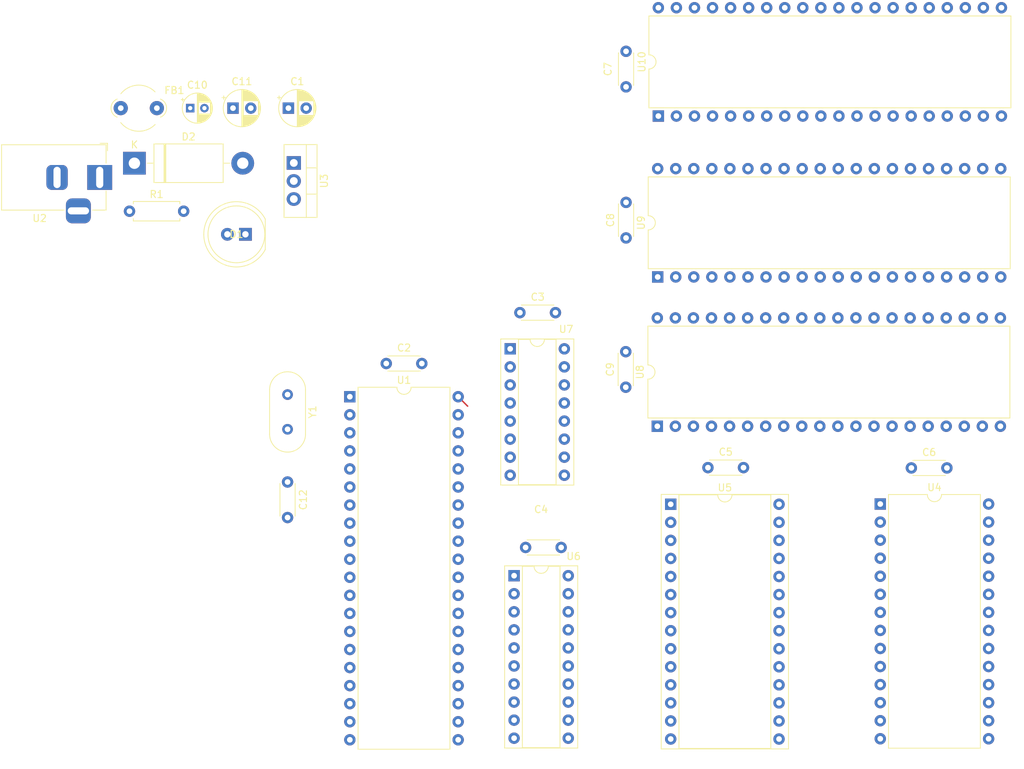
<source format=kicad_pcb>
(kicad_pcb (version 20240108) (generator "pcbnew") (generator_version "8.0")
  (layers (0 "F.Cu" signal) (31 "B.Cu" signal) (34 "B.Paste" user) (35 "F.Paste" user) (36 "B.SilkS" user "B.Silkscreen") (37 "F.SilkS" user "F.Silkscreen") (38 "B.Mask" user) (39 "F.Mask" user) (44 "Edge.Cuts" user))
  (net 0 "")
  (net 1 "Net-(U3-IN)")
  (net 2 "GND")
  (net 3 "+5V")
  (net 4 "Net-(C12-+)")
  (net 5 "Net-(D1-K)")
  (net 6 "Net-(D2-K)")
  (net 7 "/Memory and Peripheral Inteface/A8")
  (net 8 "/Memory and Peripheral Inteface/A11")
  (net 9 "/Memory and Peripheral Inteface/A5")
  (net 11 "/Memory and Peripheral Inteface/AD6")
  (net 12 "/Memory and Peripheral Inteface/AD2")
  (net 13 "/Memory and Peripheral Inteface/A1")
  (net 14 "/Memory and Peripheral Inteface/AD4")
  (net 15 "/Memory and Peripheral Inteface/A0")
  (net 16 "/Memory and Peripheral Inteface/~{Y0}")
  (net 17 "/Memory and Peripheral Inteface/A4")
  (net 19 "/Memory and Peripheral Inteface/A10")
  (net 20 "/Memory and Peripheral Inteface/AD7")
  (net 21 "/Memory and Peripheral Inteface/AD1")
  (net 22 "/Memory and Peripheral Inteface/~{RD}")
  (net 23 "/Memory and Peripheral Inteface/A2")
  (net 24 "/Memory and Peripheral Inteface/A9")
  (net 26 "/Memory and Peripheral Inteface/A7")
  (net 27 "/Memory and Peripheral Inteface/A3")
  (net 28 "/Memory and Peripheral Inteface/AD0")
  (net 29 "/Memory and Peripheral Inteface/AD5")
  (net 30 "/Memory and Peripheral Inteface/AD3")
  (net 31 "/Memory and Peripheral Inteface/A6")
  (net 32 "/Memory and Peripheral Inteface/A12")
  (net 34 "/Memory and Peripheral Inteface/~{Y2}")
  (net 46 "Net-(U1-X1)")
  (net 55 "/Memory and Peripheral Inteface/~{WR}")
  (net 80 "/Memory and Peripheral Inteface/~{Y3}")
  (net 92 "/Memory and Peripheral Inteface/~{Y4}")
  (net 112 "/Memory and Peripheral Inteface/A14")
  (net 116 "/Memory and Peripheral Inteface/A13")
  (net 117 "/Memory and Peripheral Inteface/A15")
  (net 124 "/Memory and Peripheral Inteface/ALE")
  (net 135 "/Memory and Peripheral Inteface/~{Y7}")
  (footprint "Capacitor_THT:C_Disc_D4.3mm_W1.9mm_P5.00mm" (layer "F.Cu") (at 82.81 83.425)
    (property "Reference" "C2" (at 2.5 -2.2 0) (layer "F.SilkS"))
    (property "Value" "100nF")
    (pad "1" thru_hole circle (at 0 0) (size 1.6 1.6) (drill 0.8) (layers "*.Cu" "*.Mask") (net 3 "+5V"))
    (pad "2" thru_hole circle (at 5 0) (size 1.6 1.6) (drill 0.8) (layers "*.Cu" "*.Mask") (net 2 "GND"))
  )
  (footprint "Package_TO_SOT_THT:TO-220-3_Vertical" (layer "F.Cu") (at 69.805 55.21 -90)
    (property "Reference" "U3" (at 2.54 -4.27 90) (layer "F.SilkS"))
    (property "Value" "L7805")
    (pad "1" thru_hole rect (at 0 0 270) (size 1.905 2) (drill 1.1) (layers "*.Cu" "*.Mask") (net 1 "Net-(U3-IN)"))
    (pad "2" thru_hole oval (at 2.54 0 270) (size 1.905 2) (drill 1.1) (layers "*.Cu" "*.Mask") (net 2 "GND"))
    (pad "3" thru_hole oval (at 5.08 0 270) (size 1.905 2) (drill 1.1) (layers "*.Cu" "*.Mask") (net 3 "+5V"))
  )
  (footprint "Crystal:Crystal_HC49-U_Vertical" (layer "F.Cu") (at 68.925 87.795 -90)
    (property "Reference" "Y1" (at 2.44 -3.525 90) (layer "F.SilkS"))
    (property "Value" "3MHz")
    (pad "1" thru_hole circle (at 0 0 270) (size 1.5 1.5) (drill 0.8) (layers "*.Cu" "*.Mask") (net 46 "Net-(U1-X1)"))
    (pad "2" thru_hole circle (at 4.88 0 270) (size 1.5 1.5) (drill 0.8) (layers "*.Cu" "*.Mask") (net 4 "Net-(C12-+)"))
  )
  (footprint "Package_DIP:DIP-16_W7.62mm_Socket" (layer "F.Cu") (at 100.24 81.36)
    (property "Reference" "U7" (at 7.87 -2.76 0) (layer "F.SilkS"))
    (property "Value" "74LS138")
    (pad "1" thru_hole rect (at 0 0) (size 1.6 1.6) (drill 0.8) (layers "*.Cu" "*.Mask") (net 116 "/Memory and Peripheral Inteface/A13"))
    (pad "2" thru_hole oval (at 0 2.54) (size 1.6 1.6) (drill 0.8) (layers "*.Cu" "*.Mask") (net 112 "/Memory and Peripheral Inteface/A14"))
    (pad "3" thru_hole oval (at 0 5.08) (size 1.6 1.6) (drill 0.8) (layers "*.Cu" "*.Mask") (net 117 "/Memory and Peripheral Inteface/A15"))
    (pad "4" thru_hole oval (at 0 7.62) (size 1.6 1.6) (drill 0.8) (layers "*.Cu" "*.Mask") (net 2 "GND"))
    (pad "5" thru_hole oval (at 0 10.16) (size 1.6 1.6) (drill 0.8) (layers "*.Cu" "*.Mask") (net 2 "GND"))
    (pad "6" thru_hole oval (at 0 12.7) (size 1.6 1.6) (drill 0.8) (layers "*.Cu" "*.Mask") (net 3 "+5V"))
    (pad "7" thru_hole oval (at 0 15.24) (size 1.6 1.6) (drill 0.8) (layers "*.Cu" "*.Mask") (net 135 "/Memory and Peripheral Inteface/~{Y7}"))
    (pad "8" thru_hole oval (at 0 17.78) (size 1.6 1.6) (drill 0.8) (layers "*.Cu" "*.Mask") (net 2 "GND"))
    (pad "9" thru_hole oval (at 7.62 17.78) (size 1.6 1.6) (drill 0.8) (layers "*.Cu" "*.Mask"))
    (pad "10" thru_hole oval (at 7.62 15.24) (size 1.6 1.6) (drill 0.8) (layers "*.Cu" "*.Mask"))
    (pad "11" thru_hole oval (at 7.62 12.7) (size 1.6 1.6) (drill 0.8) (layers "*.Cu" "*.Mask") (net 92 "/Memory and Peripheral Inteface/~{Y4}"))
    (pad "12" thru_hole oval (at 7.62 10.16) (size 1.6 1.6) (drill 0.8) (layers "*.Cu" "*.Mask") (net 80 "/Memory and Peripheral Inteface/~{Y3}"))
    (pad "13" thru_hole oval (at 7.62 7.62) (size 1.6 1.6) (drill 0.8) (layers "*.Cu" "*.Mask") (net 34 "/Memory and Peripheral Inteface/~{Y2}"))
    (pad "14" thru_hole oval (at 7.62 5.08) (size 1.6 1.6) (drill 0.8) (layers "*.Cu" "*.Mask"))
    (pad "15" thru_hole oval (at 7.62 2.54) (size 1.6 1.6) (drill 0.8) (layers "*.Cu" "*.Mask") (net 16 "/Memory and Peripheral Inteface/~{Y0}"))
    (pad "16" thru_hole oval (at 7.62 0) (size 1.6 1.6) (drill 0.8) (layers "*.Cu" "*.Mask") (net 3 "+5V"))
  )
  (footprint "Package_DIP:DIP-20_W7.62mm_Socket" (layer "F.Cu") (at 100.79 113.27)
    (property "Reference" "U6" (at 8.37 -2.72 360) (layer "F.SilkS"))
    (property "Value" "74LS373")
    (pad "1" thru_hole rect (at 0 0) (size 1.6 1.6) (drill 0.8) (layers "*.Cu" "*.Mask") (net 2 "GND"))
    (pad "2" thru_hole oval (at 0 2.54) (size 1.6 1.6) (drill 0.8) (layers "*.Cu" "*.Mask") (net 15 "/Memory and Peripheral Inteface/A0"))
    (pad "3" thru_hole oval (at 0 5.08) (size 1.6 1.6) (drill 0.8) (layers "*.Cu" "*.Mask") (net 28 "/Memory and Peripheral Inteface/AD0"))
    (pad "4" thru_hole oval (at 0 7.62) (size 1.6 1.6) (drill 0.8) (layers "*.Cu" "*.Mask") (net 21 "/Memory and Peripheral Inteface/AD1"))
    (pad "5" thru_hole oval (at 0 10.16) (size 1.6 1.6) (drill 0.8) (layers "*.Cu" "*.Mask") (net 13 "/Memory and Peripheral Inteface/A1"))
    (pad "6" thru_hole oval (at 0 12.7) (size 1.6 1.6) (drill 0.8) (layers "*.Cu" "*.Mask") (net 23 "/Memory and Peripheral Inteface/A2"))
    (pad "7" thru_hole oval (at 0 15.24) (size 1.6 1.6) (drill 0.8) (layers "*.Cu" "*.Mask") (net 12 "/Memory and Peripheral Inteface/AD2"))
    (pad "8" thru_hole oval (at 0 17.78) (size 1.6 1.6) (drill 0.8) (layers "*.Cu" "*.Mask") (net 30 "/Memory and Peripheral Inteface/AD3"))
    (pad "9" thru_hole oval (at 0 20.32) (size 1.6 1.6) (drill 0.8) (layers "*.Cu" "*.Mask") (net 27 "/Memory and Peripheral Inteface/A3"))
    (pad "10" thru_hole oval (at 0 22.86) (size 1.6 1.6) (drill 0.8) (layers "*.Cu" "*.Mask") (net 2 "GND"))
    (pad "11" thru_hole oval (at 7.62 22.86) (size 1.6 1.6) (drill 0.8) (layers "*.Cu" "*.Mask") (net 124 "/Memory and Peripheral Inteface/ALE"))
    (pad "12" thru_hole oval (at 7.62 20.32) (size 1.6 1.6) (drill 0.8) (layers "*.Cu" "*.Mask") (net 17 "/Memory and Peripheral Inteface/A4"))
    (pad "13" thru_hole oval (at 7.62 17.78) (size 1.6 1.6) (drill 0.8) (layers "*.Cu" "*.Mask") (net 14 "/Memory and Peripheral Inteface/AD4"))
    (pad "14" thru_hole oval (at 7.62 15.24) (size 1.6 1.6) (drill 0.8) (layers "*.Cu" "*.Mask") (net 29 "/Memory and Peripheral Inteface/AD5"))
    (pad "15" thru_hole oval (at 7.62 12.7) (size 1.6 1.6) (drill 0.8) (layers "*.Cu" "*.Mask") (net 9 "/Memory and Peripheral Inteface/A5"))
    (pad "16" thru_hole oval (at 7.62 10.16) (size 1.6 1.6) (drill 0.8) (layers "*.Cu" "*.Mask") (net 31 "/Memory and Peripheral Inteface/A6"))
    (pad "17" thru_hole oval (at 7.62 7.62) (size 1.6 1.6) (drill 0.8) (layers "*.Cu" "*.Mask") (net 11 "/Memory and Peripheral Inteface/AD6"))
    (pad "18" thru_hole oval (at 7.62 5.08) (size 1.6 1.6) (drill 0.8) (layers "*.Cu" "*.Mask") (net 20 "/Memory and Peripheral Inteface/AD7"))
    (pad "19" thru_hole oval (at 7.62 2.54) (size 1.6 1.6) (drill 0.8) (layers "*.Cu" "*.Mask") (net 26 "/Memory and Peripheral Inteface/A7"))
    (pad "20" thru_hole oval (at 7.62 0) (size 1.6 1.6) (drill 0.8) (layers "*.Cu" "*.Mask") (net 3 "+5V"))
  )
  (footprint "Ferrite_THT:LairdTech_28C0236-0JW-10" (layer "F.Cu") (at 50.54 47.5 180)
    (property "Reference" "FB1" (at -2.46 2.5 180) (layer "F.SilkS"))
    (property "Value" "100@100Mhz")
    (pad "1" thru_hole circle (at 0 0 180) (size 2 2) (drill 0.8) (layers "*.Cu" "*.Mask") (net 6 "Net-(D2-K)"))
    (pad "2" thru_hole circle (at 5.08 0 180) (size 2 2) (drill 0.8) (layers "*.Cu" "*.Mask") (net 1 "Net-(U3-IN)"))
  )
  (footprint "Capacitor_THT:C_Disc_D4.3mm_W1.9mm_P5.00mm" (layer "F.Cu") (at 116.5 86.76 90)
    (property "Reference" "C9" (at 2.5 -2.2 270) (layer "F.SilkS"))
    (property "Value" "100nF")
    (pad "1" thru_hole circle (at 0 0 90) (size 1.6 1.6) (drill 0.8) (layers "*.Cu" "*.Mask") (net 3 "+5V"))
    (pad "2" thru_hole circle (at 5 0 90) (size 1.6 1.6) (drill 0.8) (layers "*.Cu" "*.Mask") (net 2 "GND"))
  )
  (footprint "Package_DIP:DIP-40_W15.24mm" (layer "F.Cu") (at 121.085 48.615 90)
    (property "Reference" "U10" (at 7.62 -2.33 270) (layer "F.SilkS"))
    (property "Value" "8255")
    (pad "1" thru_hole rect (at 0 0 90) (size 1.6 1.6) (drill 0.8) (layers "*.Cu" "*.Mask"))
    (pad "2" thru_hole oval (at 0 2.54 90) (size 1.6 1.6) (drill 0.8) (layers "*.Cu" "*.Mask"))
    (pad "3" thru_hole oval (at 0 5.08 90) (size 1.6 1.6) (drill 0.8) (layers "*.Cu" "*.Mask"))
    (pad "4" thru_hole oval (at 0 7.62 90) (size 1.6 1.6) (drill 0.8) (layers "*.Cu" "*.Mask"))
    (pad "5" thru_hole oval (at 0 10.16 90) (size 1.6 1.6) (drill 0.8) (layers "*.Cu" "*.Mask") (net 22 "/Memory and Peripheral Inteface/~{RD}"))
    (pad "6" thru_hole oval (at 0 12.7 90) (size 1.6 1.6) (drill 0.8) (layers "*.Cu" "*.Mask") (net 92 "/Memory and Peripheral Inteface/~{Y4}"))
    (pad "7" thru_hole oval (at 0 15.24 90) (size 1.6 1.6) (drill 0.8) (layers "*.Cu" "*.Mask") (net 2 "GND"))
    (pad "8" thru_hole oval (at 0 17.78 90) (size 1.6 1.6) (drill 0.8) (layers "*.Cu" "*.Mask") (net 23 "/Memory and Peripheral Inteface/A2"))
    (pad "9" thru_hole oval (at 0 20.32 90) (size 1.6 1.6) (drill 0.8) (layers "*.Cu" "*.Mask") (net 13 "/Memory and Peripheral Inteface/A1"))
    (pad "10" thru_hole oval (at 0 22.86 90) (size 1.6 1.6) (drill 0.8) (layers "*.Cu" "*.Mask"))
    (pad "11" thru_hole oval (at 0 25.4 90) (size 1.6 1.6) (drill 0.8) (layers "*.Cu" "*.Mask"))
    (pad "12" thru_hole oval (at 0 27.94 90) (size 1.6 1.6) (drill 0.8) (layers "*.Cu" "*.Mask"))
    (pad "13" thru_hole oval (at 0 30.48 90) (size 1.6 1.6) (drill 0.8) (layers "*.Cu" "*.Mask"))
    (pad "14" thru_hole oval (at 0 33.02 90) (size 1.6 1.6) (drill 0.8) (layers "*.Cu" "*.Mask"))
    (pad "15" thru_hole oval (at 0 35.56 90) (size 1.6 1.6) (drill 0.8) (layers "*.Cu" "*.Mask"))
    (pad "16" thru_hole oval (at 0 38.1 90) (size 1.6 1.6) (drill 0.8) (layers "*.Cu" "*.Mask"))
    (pad "17" thru_hole oval (at 0 40.64 90) (size 1.6 1.6) (drill 0.8) (layers "*.Cu" "*.Mask"))
    (pad "18" thru_hole oval (at 0 43.18 90) (size 1.6 1.6) (drill 0.8) (layers "*.Cu" "*.Mask"))
    (pad "19" thru_hole oval (at 0 45.72 90) (size 1.6 1.6) (drill 0.8) (layers "*.Cu" "*.Mask"))
    (pad "20" thru_hole oval (at 0 48.26 90) (size 1.6 1.6) (drill 0.8) (layers "*.Cu" "*.Mask"))
    (pad "21" thru_hole oval (at 15.24 48.26 90) (size 1.6 1.6) (drill 0.8) (layers "*.Cu" "*.Mask"))
    (pad "22" thru_hole oval (at 15.24 45.72 90) (size 1.6 1.6) (drill 0.8) (layers "*.Cu" "*.Mask"))
    (pad "23" thru_hole oval (at 15.24 43.18 90) (size 1.6 1.6) (drill 0.8) (layers "*.Cu" "*.Mask"))
    (pad "24" thru_hole oval (at 15.24 40.64 90) (size 1.6 1.6) (drill 0.8) (layers "*.Cu" "*.Mask"))
    (pad "25" thru_hole oval (at 15.24 38.1 90) (size 1.6 1.6) (drill 0.8) (layers "*.Cu" "*.Mask"))
    (pad "26" thru_hole oval (at 15.24 35.56 90) (size 1.6 1.6) (drill 0.8) (layers "*.Cu" "*.Mask") (net 3 "+5V"))
    (pad "27" thru_hole oval (at 15.24 33.02 90) (size 1.6 1.6) (drill 0.8) (layers "*.Cu" "*.Mask") (net 20 "/Memory and Peripheral Inteface/AD7"))
    (pad "28" thru_hole oval (at 15.24 30.48 90) (size 1.6 1.6) (drill 0.8) (layers "*.Cu" "*.Mask") (net 11 "/Memory and Peripheral Inteface/AD6"))
    (pad "29" thru_hole oval (at 15.24 27.94 90) (size 1.6 1.6) (drill 0.8) (layers "*.Cu" "*.Mask") (net 29 "/Memory and Peripheral Inteface/AD5"))
    (pad "30" thru_hole oval (at 15.24 25.4 90) (size 1.6 1.6) (drill 0.8) (layers "*.Cu" "*.Mask") (net 14 "/Memory and Peripheral Inteface/AD4"))
    (pad "31" thru_hole oval (at 15.24 22.86 90) (size 1.6 1.6) (drill 0.8) (layers "*.Cu" "*.Mask") (net 30 "/Memory and Peripheral Inteface/AD3"))
    (pad "32" thru_hole oval (at 15.24 20.32 90) (size 1.6 1.6) (drill 0.8) (layers "*.Cu" "*.Mask") (net 12 "/Memory and Peripheral Inteface/AD2"))
    (pad "33" thru_hole oval (at 15.24 17.78 90) (size 1.6 1.6) (drill 0.8) (layers "*.Cu" "*.Mask") (net 21 "/Memory and Peripheral Inteface/AD1"))
    (pad "34" thru_hole oval (at 15.24 15.24 90) (size 1.6 1.6) (drill 0.8) (layers "*.Cu" "*.Mask") (net 28 "/Memory and Peripheral Inteface/AD0"))
    (pad "35" thru_hole oval (at 15.24 12.7 90) (size 1.6 1.6) (drill 0.8) (layers "*.Cu" "*.Mask"))
    (pad "36" thru_hole oval (at 15.24 10.16 90) (size 1.6 1.6) (drill 0.8) (layers "*.Cu" "*.Mask") (net 55 "/Memory and Peripheral Inteface/~{WR}"))
    (pad "37" thru_hole oval (at 15.24 7.62 90) (size 1.6 1.6) (drill 0.8) (layers "*.Cu" "*.Mask"))
    (pad "38" thru_hole oval (at 15.24 5.08 90) (size 1.6 1.6) (drill 0.8) (layers "*.Cu" "*.Mask"))
    (pad "39" thru_hole oval (at 15.24 2.54 90) (size 1.6 1.6) (drill 0.8) (layers "*.Cu" "*.Mask"))
    (pad "40" thru_hole oval (at 15.24 0 90) (size 1.6 1.6) (drill 0.8) (layers "*.Cu" "*.Mask"))
  )
  (footprint "Capacitor_THT:C_Disc_D4.3mm_W1.9mm_P5.00mm" (layer "F.Cu") (at 101.61 76.27)
    (property "Reference" "C3" (at 2.5 -2.2 0) (layer "F.SilkS"))
    (property "Value" "100nF")
    (pad "1" thru_hole circle (at 0 0) (size 1.6 1.6) (drill 0.8) (layers "*.Cu" "*.Mask") (net 3 "+5V"))
    (pad "2" thru_hole circle (at 5 0) (size 1.6 1.6) (drill 0.8) (layers "*.Cu" "*.Mask") (net 2 "GND"))
  )
  (footprint "Package_DIP:DIP-28_W15.24mm_Socket" (layer "F.Cu") (at 122.82 103.225)
    (property "Reference" "U5" (at 7.62 -2.33 0) (layer "F.SilkS"))
    (property "Value" "CY6264")
    (pad "1" thru_hole rect (at 0 0) (size 1.6 1.6) (drill 0.8) (layers "*.Cu" "*.Mask"))
    (pad "2" thru_hole oval (at 0 2.54) (size 1.6 1.6) (drill 0.8) (layers "*.Cu" "*.Mask") (net 32 "/Memory and Peripheral Inteface/A12"))
    (pad "3" thru_hole oval (at 0 5.08) (size 1.6 1.6) (drill 0.8) (layers "*.Cu" "*.Mask") (net 26 "/Memory and Peripheral Inteface/A7"))
    (pad "4" thru_hole oval (at 0 7.62) (size 1.6 1.6) (drill 0.8) (layers "*.Cu" "*.Mask") (net 31 "/Memory and Peripheral Inteface/A6"))
    (pad "5" thru_hole oval (at 0 10.16) (size 1.6 1.6) (drill 0.8) (layers "*.Cu" "*.Mask") (net 9 "/Memory and Peripheral Inteface/A5"))
    (pad "6" thru_hole oval (at 0 12.7) (size 1.6 1.6) (drill 0.8) (layers "*.Cu" "*.Mask") (net 17 "/Memory and Peripheral Inteface/A4"))
    (pad "7" thru_hole oval (at 0 15.24) (size 1.6 1.6) (drill 0.8) (layers "*.Cu" "*.Mask") (net 27 "/Memory and Peripheral Inteface/A3"))
    (pad "8" thru_hole oval (at 0 17.78) (size 1.6 1.6) (drill 0.8) (layers "*.Cu" "*.Mask") (net 23 "/Memory and Peripheral Inteface/A2"))
    (pad "9" thru_hole oval (at 0 20.32) (size 1.6 1.6) (drill 0.8) (layers "*.Cu" "*.Mask") (net 13 "/Memory and Peripheral Inteface/A1"))
    (pad "10" thru_hole oval (at 0 22.86) (size 1.6 1.6) (drill 0.8) (layers "*.Cu" "*.Mask") (net 15 "/Memory and Peripheral Inteface/A0"))
    (pad "11" thru_hole oval (at 0 25.4) (size 1.6 1.6) (drill 0.8) (layers "*.Cu" "*.Mask") (net 28 "/Memory and Peripheral Inteface/AD0"))
    (pad "12" thru_hole oval (at 0 27.94) (size 1.6 1.6) (drill 0.8) (layers "*.Cu" "*.Mask") (net 21 "/Memory and Peripheral Inteface/AD1"))
    (pad "13" thru_hole oval (at 0 30.48) (size 1.6 1.6) (drill 0.8) (layers "*.Cu" "*.Mask") (net 12 "/Memory and Peripheral Inteface/AD2"))
    (pad "14" thru_hole oval (at 0 33.02) (size 1.6 1.6) (drill 0.8) (layers "*.Cu" "*.Mask") (net 2 "GND"))
    (pad "15" thru_hole oval (at 15.24 33.02) (size 1.6 1.6) (drill 0.8) (layers "*.Cu" "*.Mask") (net 30 "/Memory and Peripheral Inteface/AD3"))
    (pad "16" thru_hole oval (at 15.24 30.48) (size 1.6 1.6) (drill 0.8) (layers "*.Cu" "*.Mask") (net 14 "/Memory and Peripheral Inteface/AD4"))
    (pad "17" thru_hole oval (at 15.24 27.94) (size 1.6 1.6) (drill 0.8) (layers "*.Cu" "*.Mask") (net 29 "/Memory and Peripheral Inteface/AD5"))
    (pad "18" thru_hole oval (at 15.24 25.4) (size 1.6 1.6) (drill 0.8) (layers "*.Cu" "*.Mask") (net 11 "/Memory and Peripheral Inteface/AD6"))
    (pad "19" thru_hole oval (at 15.24 22.86) (size 1.6 1.6) (drill 0.8) (layers "*.Cu" "*.Mask") (net 20 "/Memory and Peripheral Inteface/AD7"))
    (pad "20" thru_hole oval (at 15.24 20.32) (size 1.6 1.6) (drill 0.8) (layers "*.Cu" "*.Mask") (net 135 "/Memory and Peripheral Inteface/~{Y7}"))
    (pad "21" thru_hole oval (at 15.24 17.78) (size 1.6 1.6) (drill 0.8) (layers "*.Cu" "*.Mask") (net 19 "/Memory and Peripheral Inteface/A10"))
    (pad "22" thru_hole oval (at 15.24 15.24) (size 1.6 1.6) (drill 0.8) (layers "*.Cu" "*.Mask") (net 22 "/Memory and Peripheral Inteface/~{RD}"))
    (pad "23" thru_hole oval (at 15.24 12.7) (size 1.6 1.6) (drill 0.8) (layers "*.Cu" "*.Mask") (net 8 "/Memory and Peripheral Inteface/A11"))
    (pad "24" thru_hole oval (at 15.24 10.16) (size 1.6 1.6) (drill 0.8) (layers "*.Cu" "*.Mask") (net 24 "/Memory and Peripheral Inteface/A9"))
    (pad "25" thru_hole oval (at 15.24 7.62) (size 1.6 1.6) (drill 0.8) (layers "*.Cu" "*.Mask") (net 7 "/Memory and Peripheral Inteface/A8"))
    (pad "26" thru_hole oval (at 15.24 5.08) (size 1.6 1.6) (drill 0.8) (layers "*.Cu" "*.Mask") (net 3 "+5V"))
    (pad "27" thru_hole oval (at 15.24 2.54) (size 1.6 1.6) (drill 0.8) (layers "*.Cu" "*.Mask") (net 55 "/Memory and Peripheral Inteface/~{WR}"))
    (pad "28" thru_hole oval (at 15.24 0) (size 1.6 1.6) (drill 0.8) (layers "*.Cu" "*.Mask") (net 3 "+5V"))
  )
  (footprint "Capacitor_THT:CP_Radial_D5.0mm_P2.50mm" (layer "F.Cu") (at 61.25 47.5)
    (property "Reference" "C11" (at 1.25 -3.75 0) (layer "F.SilkS"))
    (property "Value" "0.1uf")
    (pad "1" thru_hole rect (at 0 0) (size 1.6 1.6) (drill 0.8) (layers "*.Cu" "*.Mask") (net 3 "+5V"))
    (pad "2" thru_hole circle (at 2.5 0) (size 1.6 1.6) (drill 0.8) (layers "*.Cu" "*.Mask") (net 2 "GND"))
  )
  (footprint "Package_DIP:DIP-28_W15.24mm" (layer "F.Cu") (at 152.3 103.19)
    (property "Reference" "U4" (at 7.62 -2.33 0) (layer "F.SilkS"))
    (property "Value" "2764")
    (pad "1" thru_hole rect (at 0 0) (size 1.6 1.6) (drill 0.8) (layers "*.Cu" "*.Mask"))
    (pad "2" thru_hole oval (at 0 2.54) (size 1.6 1.6) (drill 0.8) (layers "*.Cu" "*.Mask") (net 32 "/Memory and Peripheral Inteface/A12"))
    (pad "3" thru_hole oval (at 0 5.08) (size 1.6 1.6) (drill 0.8) (layers "*.Cu" "*.Mask") (net 26 "/Memory and Peripheral Inteface/A7"))
    (pad "4" thru_hole oval (at 0 7.62) (size 1.6 1.6) (drill 0.8) (layers "*.Cu" "*.Mask") (net 31 "/Memory and Peripheral Inteface/A6"))
    (pad "5" thru_hole oval (at 0 10.16) (size 1.6 1.6) (drill 0.8) (layers "*.Cu" "*.Mask") (net 9 "/Memory and Peripheral Inteface/A5"))
    (pad "6" thru_hole oval (at 0 12.7) (size 1.6 1.6) (drill 0.8) (layers "*.Cu" "*.Mask") (net 17 "/Memory and Peripheral Inteface/A4"))
    (pad "7" thru_hole oval (at 0 15.24) (size 1.6 1.6) (drill 0.8) (layers "*.Cu" "*.Mask") (net 27 "/Memory and Peripheral Inteface/A3"))
    (pad "8" thru_hole oval (at 0 17.78) (size 1.6 1.6) (drill 0.8) (layers "*.Cu" "*.Mask") (net 23 "/Memory and Peripheral Inteface/A2"))
    (pad "9" thru_hole oval (at 0 20.32) (size 1.6 1.6) (drill 0.8) (layers "*.Cu" "*.Mask") (net 13 "/Memory and Peripheral Inteface/A1"))
    (pad "10" thru_hole oval (at 0 22.86) (size 1.6 1.6) (drill 0.8) (layers "*.Cu" "*.Mask") (net 15 "/Memory and Peripheral Inteface/A0"))
    (pad "11" thru_hole oval (at 0 25.4) (size 1.6 1.6) (drill 0.8) (layers "*.Cu" "*.Mask") (net 28 "/Memory and Peripheral Inteface/AD0"))
    (pad "12" thru_hole oval (at 0 27.94) (size 1.6 1.6) (drill 0.8) (layers "*.Cu" "*.Mask") (net 21 "/Memory and Peripheral Inteface/AD1"))
    (pad "13" thru_hole oval (at 0 30.48) (size 1.6 1.6) (drill 0.8) (layers "*.Cu" "*.Mask") (net 12 "/Memory and Peripheral Inteface/AD2"))
    (pad "14" thru_hole oval (at 0 33.02) (size 1.6 1.6) (drill 0.8) (layers "*.Cu" "*.Mask") (net 2 "GND"))
    (pad "15" thru_hole oval (at 15.24 33.02) (size 1.6 1.6) (drill 0.8) (layers "*.Cu" "*.Mask") (net 30 "/Memory and Peripheral Inteface/AD3"))
    (pad "16" thru_hole oval (at 15.24 30.48) (size 1.6 1.6) (drill 0.8) (layers "*.Cu" "*.Mask") (net 14 "/Memory and Peripheral Inteface/AD4"))
    (pad "17" thru_hole oval (at 15.24 27.94) (size 1.6 1.6) (drill 0.8) (layers "*.Cu" "*.Mask") (net 29 "/Memory and Peripheral Inteface/AD5"))
    (pad "18" thru_hole oval (at 15.24 25.4) (size 1.6 1.6) (drill 0.8) (layers "*.Cu" "*.Mask") (net 11 "/Memory and Peripheral Inteface/AD6"))
    (pad "19" thru_hole oval (at 15.24 22.86) (size 1.6 1.6) (drill 0.8) (layers "*.Cu" "*.Mask") (net 20 "/Memory and Peripheral Inteface/AD7"))
    (pad "20" thru_hole oval (at 15.24 20.32) (size 1.6 1.6) (drill 0.8) (layers "*.Cu" "*.Mask") (net 16 "/Memory and Peripheral Inteface/~{Y0}"))
    (pad "21" thru_hole oval (at 15.24 17.78) (size 1.6 1.6) (drill 0.8) (layers "*.Cu" "*.Mask") (net 19 "/Memory and Peripheral Inteface/A10"))
    (pad "22" thru_hole oval (at 15.24 15.24) (size 1.6 1.6) (drill 0.8) (layers "*.Cu" "*.Mask") (net 22 "/Memory and Peripheral Inteface/~{RD}"))
    (pad "23" thru_hole oval (at 15.24 12.7) (size 1.6 1.6) (drill 0.8) (layers "*.Cu" "*.Mask") (net 8 "/Memory and Peripheral Inteface/A11"))
    (pad "24" thru_hole oval (at 15.24 10.16) (size 1.6 1.6) (drill 0.8) (layers "*.Cu" "*.Mask") (net 24 "/Memory and Peripheral Inteface/A9"))
    (pad "25" thru_hole oval (at 15.24 7.62) (size 1.6 1.6) (drill 0.8) (layers "*.Cu" "*.Mask") (net 7 "/Memory and Peripheral Inteface/A8"))
    (pad "26" thru_hole oval (at 15.24 5.08) (size 1.6 1.6) (drill 0.8) (layers "*.Cu" "*.Mask"))
    (pad "27" thru_hole oval (at 15.24 2.54) (size 1.6 1.6) (drill 0.8) (layers "*.Cu" "*.Mask"))
    (pad "28" thru_hole oval (at 15.24 0) (size 1.6 1.6) (drill 0.8) (layers "*.Cu" "*.Mask") (net 3 "+5V"))
  )
  (footprint "Capacitor_THT:C_Disc_D4.3mm_W1.9mm_P5.00mm" (layer "F.Cu") (at 116.54 65.76 90)
    (property "Reference" "C8" (at 2.5 -2.2 270) (layer "F.SilkS"))
    (property "Value" "100nF")
    (pad "1" thru_hole circle (at 0 0 90) (size 1.6 1.6) (drill 0.8) (layers "*.Cu" "*.Mask") (net 3 "+5V"))
    (pad "2" thru_hole circle (at 5 0 90) (size 1.6 1.6) (drill 0.8) (layers "*.Cu" "*.Mask") (net 2 "GND"))
  )
  (footprint "Capacitor_THT:C_Disc_D4.3mm_W1.9mm_P5.00mm" (layer "F.Cu") (at 128.06 98.07)
    (property "Reference" "C5" (at 2.5 -2.2 0) (layer "F.SilkS"))
    (property "Value" "100nF")
    (pad "1" thru_hole circle (at 0 0) (size 1.6 1.6) (drill 0.8) (layers "*.Cu" "*.Mask") (net 3 "+5V"))
    (pad "2" thru_hole circle (at 5 0) (size 1.6 1.6) (drill 0.8) (layers "*.Cu" "*.Mask") (net 2 "GND"))
  )
  (footprint "Package_DIP:DIP-40_W15.24mm" (layer "F.Cu") (at 77.685 88.095)
    (property "Reference" "U1" (at 7.62 -2.33 0) (layer "F.SilkS"))
    (property "Value" "8085A")
    (pad "1" thru_hole rect (at 0 0) (size 1.6 1.6) (drill 0.8) (layers "*.Cu" "*.Mask") (net 46 "Net-(U1-X1)"))
    (pad "2" thru_hole oval (at 0 2.54) (size 1.6 1.6) (drill 0.8) (layers "*.Cu" "*.Mask") (net 4 "Net-(C12-+)"))
    (pad "3" thru_hole oval (at 0 5.08) (size 1.6 1.6) (drill 0.8) (layers "*.Cu" "*.Mask"))
    (pad "4" thru_hole oval (at 0 7.62) (size 1.6 1.6) (drill 0.8) (layers "*.Cu" "*.Mask"))
    (pad "5" thru_hole oval (at 0 10.16) (size 1.6 1.6) (drill 0.8) (layers "*.Cu" "*.Mask"))
    (pad "6" thru_hole oval (at 0 12.7) (size 1.6 1.6) (drill 0.8) (layers "*.Cu" "*.Mask"))
    (pad "7" thru_hole oval (at 0 15.24) (size 1.6 1.6) (drill 0.8) (layers "*.Cu" "*.Mask"))
    (pad "8" thru_hole oval (at 0 17.78) (size 1.6 1.6) (drill 0.8) (layers "*.Cu" "*.Mask"))
    (pad "9" thru_hole oval (at 0 20.32) (size 1.6 1.6) (drill 0.8) (layers "*.Cu" "*.Mask"))
    (pad "10" thru_hole oval (at 0 22.86) (size 1.6 1.6) (drill 0.8) (layers "*.Cu" "*.Mask"))
    (pad "11" thru_hole oval (at 0 25.4) (size 1.6 1.6) (drill 0.8) (layers "*.Cu" "*.Mask"))
    (pad "12" thru_hole oval (at 0 27.94) (size 1.6 1.6) (drill 0.8) (layers "*.Cu" "*.Mask") (net 28 "/Memory and Peripheral Inteface/AD0"))
    (pad "13" thru_hole oval (at 0 30.48) (size 1.6 1.6) (drill 0.8) (layers "*.Cu" "*.Mask") (net 21 "/Memory and Peripheral Inteface/AD1"))
    (pad "14" thru_hole oval (at 0 33.02) (size 1.6 1.6) (drill 0.8) (layers "*.Cu" "*.Mask") (net 12 "/Memory and Peripheral Inteface/AD2"))
    (pad "15" thru_hole oval (at 0 35.56) (size 1.6 1.6) (drill 0.8) (layers "*.Cu" "*.Mask") (net 30 "/Memory and Peripheral Inteface/AD3"))
    (pad "16" thru_hole oval (at 0 38.1) (size 1.6 1.6) (drill 0.8) (layers "*.Cu" "*.Mask") (net 14 "/Memory and Peripheral Inteface/AD4"))
    (pad "17" thru_hole oval (at 0 40.64) (size 1.6 1.6) (drill 0.8) (layers "*.Cu" "*.Mask") (net 29 "/Memory and Peripheral Inteface/AD5"))
    (pad "18" thru_hole oval (at 0 43.18) (size 1.6 1.6) (drill 0.8) (layers "*.Cu" "*.Mask") (net 11 "/Memory and Peripheral Inteface/AD6"))
    (pad "19" thru_hole oval (at 0 45.72) (size 1.6 1.6) (drill 0.8) (layers "*.Cu" "*.Mask") (net 20 "/Memory and Peripheral Inteface/AD7"))
    (pad "20" thru_hole oval (at 0 48.26) (size 1.6 1.6) (drill 0.8) (layers "*.Cu" "*.Mask") (net 2 "GND"))
    (pad "21" thru_hole oval (at 15.24 48.26) (size 1.6 1.6) (drill 0.8) (layers "*.Cu" "*.Mask") (net 7 "/Memory and Peripheral Inteface/A8"))
    (pad "22" thru_hole oval (at 15.24 45.72) (size 1.6 1.6) (drill 0.8) (layers "*.Cu" "*.Mask") (net 24 "/Memory and Peripheral Inteface/A9"))
    (pad "23" thru_hole oval (at 15.24 43.18) (size 1.6 1.6) (drill 0.8) (layers "*.Cu" "*.Mask") (net 19 "/Memory and Peripheral Inteface/A10"))
    (pad "24" thru_hole oval (at 15.24 40.64) (size 1.6 1.6) (drill 0.8) (layers "*.Cu" "*.Mask") (net 8 "/Memory and Peripheral Inteface/A11"))
    (pad "25" thru_hole oval (at 15.24 38.1) (size 1.6 1.6) (drill 0.8) (layers "*.Cu" "*.Mask") (net 32 "/Memory and Peripheral Inteface/A12"))
    (pad "26" thru_hole oval (at 15.24 35.56) (size 1.6 1.6) (drill 0.8) (layers "*.Cu" "*.Mask") (net 116 "/Memory and Peripheral Inteface/A13"))
    (pad "27" thru_hole oval (at 15.24 33.02) (size 1.6 1.6) (drill 0.8) (layers "*.Cu" "*.Mask") (net 112 "/Memory and Peripheral Inteface/A14"))
    (pad "28" thru_hole oval (at 15.24 30.48) (size 1.6 1.6) (drill 0.8) (layers "*.Cu" "*.Mask") (net 117 "/Memory and Peripheral Inteface/A15"))
    (pad "29" thru_hole oval (at 15.24 27.94) (size 1.6 1.6) (drill 0.8) (layers "*.Cu" "*.Mask"))
    (pad "30" thru_hole oval (at 15.24 25.4) (size 1.6 1.6) (drill 0.8) (layers "*.Cu" "*.Mask") (net 124 "/Memory and Peripheral Inteface/ALE"))
    (pad "31" thru_hole oval (at 15.24 22.86) (size 1.6 1.6) (drill 0.8) (layers "*.Cu" "*.Mask") (net 55 "/Memory and Peripheral Inteface/~{WR}"))
    (pad "32" thru_hole oval (at 15.24 20.32) (size 1.6 1.6) (drill 0.8) (layers "*.Cu" "*.Mask") (net 22 "/Memory and Peripheral Inteface/~{RD}"))
    (pad "33" thru_hole oval (at 15.24 17.78) (size 1.6 1.6) (drill 0.8) (layers "*.Cu" "*.Mask"))
    (pad "34" thru_hole oval (at 15.24 15.24) (size 1.6 1.6) (drill 0.8) (layers "*.Cu" "*.Mask"))
    (pad "35" thru_hole oval (at 15.24 12.7) (size 1.6 1.6) (drill 0.8) (layers "*.Cu" "*.Mask"))
    (pad "36" thru_hole oval (at 15.24 10.16) (size 1.6 1.6) (drill 0.8) (layers "*.Cu" "*.Mask"))
    (pad "37" thru_hole oval (at 15.24 7.62) (size 1.6 1.6) (drill 0.8) (layers "*.Cu" "*.Mask"))
    (pad "38" thru_hole oval (at 15.24 5.08) (size 1.6 1.6) (drill 0.8) (layers "*.Cu" "*.Mask"))
    (pad "39" thru_hole oval (at 15.24 2.54) (size 1.6 1.6) (drill 0.8) (layers "*.Cu" "*.Mask"))
    (pad "40" thru_hole oval (at 15.24 0) (size 1.6 1.6) (drill 0.8) (layers "*.Cu" "*.Mask") (net 3 "+5V"))
  )
  (footprint "Package_DIP:DIP-40_W15.24mm" (layer "F.Cu") (at 120.94 92.25 90)
    (property "Reference" "U8" (at 7.62 -2.44 270) (layer "F.SilkS"))
    (property "Value" "8255")
    (pad "1" thru_hole rect (at 0 0 90) (size 1.6 1.6) (drill 0.8) (layers "*.Cu" "*.Mask"))
    (pad "2" thru_hole oval (at 0 2.54 90) (size 1.6 1.6) (drill 0.8) (layers "*.Cu" "*.Mask"))
    (pad "3" thru_hole oval (at 0 5.08 90) (size 1.6 1.6) (drill 0.8) (layers "*.Cu" "*.Mask"))
    (pad "4" thru_hole oval (at 0 7.62 90) (size 1.6 1.6) (drill 0.8) (layers "*.Cu" "*.Mask"))
    (pad "5" thru_hole oval (at 0 10.16 90) (size 1.6 1.6) (drill 0.8) (layers "*.Cu" "*.Mask") (net 22 "/Memory and Peripheral Inteface/~{RD}"))
    (pad "6" thru_hole oval (at 0 12.7 90) (size 1.6 1.6) (drill 0.8) (layers "*.Cu" "*.Mask") (net 34 "/Memory and Peripheral Inteface/~{Y2}"))
    (pad "7" thru_hole oval (at 0 15.24 90) (size 1.6 1.6) (drill 0.8) (layers "*.Cu" "*.Mask") (net 2 "GND"))
    (pad "8" thru_hole oval (at 0 17.78 90) (size 1.6 1.6) (drill 0.8) (layers "*.Cu" "*.Mask") (net 23 "/Memory and Peripheral Inteface/A2"))
    (pad "9" thru_hole oval (at 0 20.32 90) (size 1.6 1.6) (drill 0.8) (layers "*.Cu" "*.Mask") (net 13 "/Memory and Peripheral Inteface/A1"))
    (pad "10" thru_hole oval (at 0 22.86 90) (size 1.6 1.6) (drill 0.8) (layers "*.Cu" "*.Mask"))
    (pad "11" thru_hole oval (at 0 25.4 90) (size 1.6 1.6) (drill 0.8) (layers "*.Cu" "*.Mask"))
    (pad "12" thru_hole oval (at 0 27.94 90) (size 1.6 1.6) (drill 0.8) (layers "*.Cu" "*.Mask"))
    (pad "13" thru_hole oval (at 0 30.48 90) (size 1.6 1.6) (drill 0.8) (layers "*.Cu" "*.Mask"))
    (pad "14" thru_hole oval (at 0 33.02 90) (size 1.6 1.6) (drill 0.8) (layers "*.Cu" "*.Mask"))
    (pad "15" thru_hole oval (at 0 35.56 90) (size 1.6 1.6) (drill 0.8) (layers "*.Cu" "*.Mask"))
    (pad "16" thru_hole oval (at 0 38.1 90) (size 1.6 1.6) (drill 0.8) (layers "*.Cu" "*.Mask"))
    (pad "17" thru_hole oval (at 0 40.64 90) (size 1.6 1.6) (drill 0.8) (layers "*.Cu" "*.Mask"))
    (pad "18" thru_hole oval (at 0 43.18 90) (size 1.6 1.6) (drill 0.8) (layers "*.Cu" "*.Mask"))
    (pad "19" thru_hole oval (at 0 45.72 90) (size 1.6 1.6) (drill 0.8) (layers "*.Cu" "*.Mask"))
    (pad "20" thru_hole oval (at 0 48.26 90) (size 1.6 1.6) (drill 0.8) (layers "*.Cu" "*.Mask"))
    (pad "21" thru_hole oval (at 15.24 48.26 90) (size 1.6 1.6) (drill 0.8) (layers "*.Cu" "*.Mask"))
    (pad "22" thru_hole oval (at 15.24 45.72 90) (size 1.6 1.6) (drill 0.8) (layers "*.Cu" "*.Mask"))
    (pad "23" thru_hole oval (at 15.24 43.18 90) (size 1.6 1.6) (drill 0.8) (layers "*.Cu" "*.Mask"))
    (pad "24" thru_hole oval (at 15.24 40.64 90) (size 1.6 1.6) (drill 0.8) (layers "*.Cu" "*.Mask"))
    (pad "25" thru_hole oval (at 15.24 38.1 90) (size 1.6 1.6) (drill 0.8) (layers "*.Cu" "*.Mask"))
    (pad "26" thru_hole oval (at 15.24 35.56 90) (size 1.6 1.6) (drill 0.8) (layers "*.Cu" "*.Mask") (net 3 "+5V"))
    (pad "27" thru_hole oval (at 15.24 33.02 90) (size 1.6 1.6) (drill 0.8) (layers "*.Cu" "*.Mask") (net 20 "/Memory and Peripheral Inteface/AD7"))
    (pad "28" thru_hole oval (at 15.24 30.48 90) (size 1.6 1.6) (drill 0.8) (layers "*.Cu" "*.Mask") (net 11 "/Memory and Peripheral Inteface/AD6"))
    (pad "29" thru_hole oval (at 15.24 27.94 90) (size 1.6 1.6) (drill 0.8) (layers "*.Cu" "*.Mask") (net 29 "/Memory and Peripheral Inteface/AD5"))
    (pad "30" thru_hole oval (at 15.24 25.4 90) (size 1.6 1.6) (drill 0.8) (layers "*.Cu" "*.Mask") (net 14 "/Memory and Peripheral Inteface/AD4"))
    (pad "31" thru_hole oval (at 15.24 22.86 90) (size 1.6 1.6) (drill 0.8) (layers "*.Cu" "*.Mask") (net 30 "/Memory and Peripheral Inteface/AD3"))
    (pad "32" thru_hole oval (at 15.24 20.32 90) (size 1.6 1.6) (drill 0.8) (layers "*.Cu" "*.Mask") (net 12 "/Memory and Peripheral Inteface/AD2"))
    (pad "33" thru_hole oval (at 15.24 17.78 90) (size 1.6 1.6) (drill 0.8) (layers "*.Cu" "*.Mask") (net 21 "/Memory and Peripheral Inteface/AD1"))
    (pad "34" thru_hole oval (at 15.24 15.24 90) (size 1.6 1.6) (drill 0.8) (layers "*.Cu" "*.Mask") (net 28 "/Memory and Peripheral Inteface/AD0"))
    (pad "35" thru_hole oval (at 15.24 12.7 90) (size 1.6 1.6) (drill 0.8) (layers "*.Cu" "*.Mask"))
    (pad "36" thru_hole oval (at 15.24 10.16 90) (size 1.6 1.6) (drill 0.8) (layers "*.Cu" "*.Mask") (net 55 "/Memory and Peripheral Inteface/~{WR}"))
    (pad "37" thru_hole oval (at 15.24 7.62 90) (size 1.6 1.6) (drill 0.8) (layers "*.Cu" "*.Mask"))
    (pad "38" thru_hole oval (at 15.24 5.08 90) (size 1.6 1.6) (drill 0.8) (layers "*.Cu" "*.Mask"))
    (pad "39" thru_hole oval (at 15.24 2.54 90) (size 1.6 1.6) (drill 0.8) (layers "*.Cu" "*.Mask"))
    (pad "40" thru_hole oval (at 15.24 0 90) (size 1.6 1.6) (drill 0.8) (layers "*.Cu" "*.Mask"))
  )
  (footprint "LED_THT:LED_D8.0mm" (layer "F.Cu") (at 63 65.25 180)
    (property "Reference" "D1" (at 1.27 0 180) (layer "F.SilkS"))
    (property "Value" "RED_8mm")
    (pad "1" thru_hole rect (at 0 0 180) (size 1.8 1.8) (drill 0.9) (layers "*.Cu" "*.Mask") (net 5 "Net-(D1-K)"))
    (pad "2" thru_hole circle (at 2.54 0 180) (size 1.8 1.8) (drill 0.9) (layers "*.Cu" "*.Mask") (net 3 "+5V"))
  )
  (footprint "Capacitor_THT:CP_Radial_D5.0mm_P2.50mm" (layer "F.Cu") (at 69.044888 47.5)
    (property "Reference" "C1" (at 1.25 -3.75 0) (layer "F.SilkS"))
    (property "Value" "10uF")
    (pad "1" thru_hole rect (at 0 0) (size 1.6 1.6) (drill 0.8) (layers "*.Cu" "*.Mask") (net 3 "+5V"))
    (pad "2" thru_hole circle (at 2.5 0) (size 1.6 1.6) (drill 0.8) (layers "*.Cu" "*.Mask") (net 2 "GND"))
  )
  (footprint "Connector_BarrelJack:BarrelJack_Horizontal" (layer "F.Cu") (at 42.5 57.25)
    (property "Reference" "U2" (at -8.45 5.75 0) (layer "F.SilkS"))
    (property "Value" "Barrel_Jack")
    (pad "1" thru_hole rect (at 0 0) (size 3.5 3.5) (drill oval 1 3) (layers "*.Cu" "*.Mask") (net 6 "Net-(D2-K)"))
    (pad "2" thru_hole roundrect (at -6 0) (size 3 3.5) (drill oval 1 3) (layers "*.Cu" "*.Mask") (net 2 "GND"))
    (pad "3" thru_hole roundrect (at -3 4.7) (size 3.5 3.5) (drill oval 3 1) (layers "*.Cu" "*.Mask") (net 2 "GND"))
  )
  (footprint "Capacitor_THT:C_Disc_D4.3mm_W1.9mm_P5.00mm" (layer "F.Cu") (at 68.925 100.092349 -90)
    (property "Reference" "C12" (at 2.5 -2.2 -90) (layer "F.SilkS"))
    (property "Value" "20pF")
    (pad "1" thru_hole circle (at 0 0 270) (size 1.6 1.6) (drill 0.8) (layers "*.Cu" "*.Mask") (net 4 "Net-(C12-+)"))
    (pad "2" thru_hole circle (at 5 0 270) (size 1.6 1.6) (drill 0.8) (layers "*.Cu" "*.Mask") (net 2 "GND"))
  )
  (footprint "Capacitor_THT:CP_Radial_D4.0mm_P2.00mm" (layer "F.Cu") (at 55.232513 47.5)
    (property "Reference" "C10" (at 1 -3.25 0) (layer "F.SilkS"))
    (property "Value" "0.33uf")
    (pad "1" thru_hole rect (at 0 0) (size 1.2 1.2) (drill 0.6) (layers "*.Cu" "*.Mask") (net 1 "Net-(U3-IN)"))
    (pad "2" thru_hole circle (at 2 0) (size 1.2 1.2) (drill 0.6) (layers "*.Cu" "*.Mask") (net 2 "GND"))
  )
  (footprint "Package_DIP:DIP-40_W15.24mm" (layer "F.Cu") (at 120.99 71.25 90)
    (property "Reference" "U9" (at 7.62 -2.33 270) (layer "F.SilkS"))
    (property "Value" "8255")
    (pad "1" thru_hole rect (at 0 0 90) (size 1.6 1.6) (drill 0.8) (layers "*.Cu" "*.Mask"))
    (pad "2" thru_hole oval (at 0 2.54 90) (size 1.6 1.6) (drill 0.8) (layers "*.Cu" "*.Mask"))
    (pad "3" thru_hole oval (at 0 5.08 90) (size 1.6 1.6) (drill 0.8) (layers "*.Cu" "*.Mask"))
    (pad "4" thru_hole oval (at 0 7.62 90) (size 1.6 1.6) (drill 0.8) (layers "*.Cu" "*.Mask"))
    (pad "5" thru_hole oval (at 0 10.16 90) (size 1.6 1.6) (drill 0.8) (layers "*.Cu" "*.Mask") (net 22 "/Memory and Peripheral Inteface/~{RD}"))
    (pad "6" thru_hole oval (at 0 12.7 90) (size 1.6 1.6) (drill 0.8) (layers "*.Cu" "*.Mask") (net 80 "/Memory and Peripheral Inteface/~{Y3}"))
    (pad "7" thru_hole oval (at 0 15.24 90) (size 1.6 1.6) (drill 0.8) (layers "*.Cu" "*.Mask") (net 2 "GND"))
    (pad "8" thru_hole oval (at 0 17.78 90) (size 1.6 1.6) (drill 0.8) (layers "*.Cu" "*.Mask") (net 23 "/Memory and Peripheral Inteface/A2"))
    (pad "9" thru_hole oval (at 0 20.32 90) (size 1.6 1.6) (drill 0.8) (layers "*.Cu" "*.Mask") (net 13 "/Memory and Peripheral Inteface/A1"))
    (pad "10" thru_hole oval (at 0 22.86 90) (size 1.6 1.6) (drill 0.8) (layers "*.Cu" "*.Mask"))
    (pad "11" thru_hole oval (at 0 25.4 90) (size 1.6 1.6) (drill 0.8) (layers "*.Cu" "*.Mask"))
    (pad "12" thru_hole oval (at 0 27.94 90) (size 1.6 1.6) (drill 0.8) (layers "*.Cu" "*.Mask"))
    (pad "13" thru_hole oval (at 0 30.48 90) (size 1.6 1.6) (drill 0.8) (layers "*.Cu" "*.Mask"))
    (pad "14" thru_hole oval (at 0 33.02 90) (size 1.6 1.6) (drill 0.8) (layers "*.Cu" "*.Mask"))
    (pad "15" thru_hole oval (at 0 35.56 90) (size 1.6 1.6) (drill 0.8) (layers "*.Cu" "*.Mask"))
    (pad "16" thru_hole oval (at 0 38.1 90) (size 1.6 1.6) (drill 0.8) (layers "*.Cu" "*.Mask"))
    (pad "17" thru_hole oval (at 0 40.64 90) (size 1.6 1.6) (drill 0.8) (layers "*.Cu" "*.Mask"))
    (pad "18" thru_hole oval (at 0 43.18 90) (size 1.6 1.6) (drill 0.8) (layers "*.Cu" "*.Mask"))
    (pad "19" thru_hole oval (at 0 45.72 90) (size 1.6 1.6) (drill 0.8) (layers "*.Cu" "*.Mask"))
    (pad "20" thru_hole oval (at 0 48.26 90) (size 1.6 1.6) (drill 0.8) (layers "*.Cu" "*.Mask"))
    (pad "21" thru_hole oval (at 15.24 48.26 90) (size 1.6 1.6) (drill 0.8) (layers "*.Cu" "*.Mask"))
    (pad "22" thru_hole oval (at 15.24 45.72 90) (size 1.6 1.6) (drill 0.8) (layers "*.Cu" "*.Mask"))
    (pad "23" thru_hole oval (at 15.24 43.18 90) (size 1.6 1.6) (drill 0.8) (layers "*.Cu" "*.Mask"))
    (pad "24" thru_hole oval (at 15.24 40.64 90) (size 1.6 1.6) (drill 0.8) (layers "*.Cu" "*.Mask"))
    (pad "25" thru_hole oval (at 15.24 38.1 90) (size 1.6 1.6) (drill 0.8) (layers "*.Cu" "*.Mask"))
    (pad "26" thru_hole oval (at 15.24 35.56 90) (size 1.6 1.6) (drill 0.8) (layers "*.Cu" "*.Mask") (net 3 "+5V"))
    (pad "27" thru_hole oval (at 15.24 33.02 90) (size 1.6 1.6) (drill 0.8) (layers "*.Cu" "*.Mask") (net 20 "/Memory and Peripheral Inteface/AD7"))
    (pad "28" thru_hole oval (at 15.24 30.48 90) (size 1.6 1.6) (drill 0.8) (layers "*.Cu" "*.Mask") (net 11 "/Memory and Peripheral Inteface/AD6"))
    (pad "29" thru_hole oval (at 15.24 27.94 90) (size 1.6 1.6) (drill 0.8) (layers "*.Cu" "*.Mask") (net 29 "/Memory and Peripheral Inteface/AD5"))
    (pad "30" thru_hole oval (at 15.24 25.4 90) (size 1.6 1.6) (drill 0.8) (layers "*.Cu" "*.Mask") (net 14 "/Memory and Peripheral Inteface/AD4"))
    (pad "31" thru_hole oval (at 15.24 22.86 90) (size 1.6 1.6) (drill 0.8) (layers "*.Cu" "*.Mask") (net 30 "/Memory and Peripheral Inteface/AD3"))
    (pad "32" thru_hole oval (at 15.24 20.32 90) (size 1.6 1.6) (drill 0.8) (layers "*.Cu" "*.Mask") (net 12 "/Memory and Peripheral Inteface/AD2"))
    (pad "33" thru_hole oval (at 15.24 17.78 90) (size 1.6 1.6) (drill 0.8) (layers "*.Cu" "*.Mask") (net 21 "/Memory and Peripheral Inteface/AD1"))
    (pad "34" thru_hole oval (at 15.24 15.24 90) (size 1.6 1.6) (drill 0.8) (layers "*.Cu" "*.Mask") (net 28 "/Memory and Peripheral Inteface/AD0"))
    (pad "35" thru_hole oval (at 15.24 12.7 90) (size 1.6 1.6) (drill 0.8) (layers "*.Cu" "*.Mask"))
    (pad "36" thru_hole oval (at 15.24 10.16 90) (size 1.6 1.6) (drill 0.8) (layers "*.Cu" "*.Mask") (net 55 "/Memory and Peripheral Inteface/~{WR}"))
    (pad "37" thru_hole oval (at 15.24 7.62 90) (size 1.6 1.6) (drill 0.8) (layers "*.Cu" "*.Mask"))
    (pad "38" thru_hole oval (at 15.24 5.08 90) (size 1.6 1.6) (drill 0.8) (layers "*.Cu" "*.Mask"))
    (pad "39" thru_hole oval (at 15.24 2.54 90) (size 1.6 1.6) (drill 0.8) (layers "*.Cu" "*.Mask"))
    (pad "40" thru_hole oval (at 15.24 0 90) (size 1.6 1.6) (drill 0.8) (layers "*.Cu" "*.Mask"))
  )
  (footprint "Capacitor_THT:C_Disc_D4.3mm_W1.9mm_P5.00mm" (layer "F.Cu") (at 102.41 109.3)
    (property "Reference" "C4" (at 2.18 -5.355 360) (layer "F.SilkS"))
    (property "Value" "100nF")
    (pad "1" thru_hole circle (at 0 0) (size 1.6 1.6) (drill 0.8) (layers "*.Cu" "*.Mask") (net 3 "+5V"))
    (pad "2" thru_hole circle (at 5 0) (size 1.6 1.6) (drill 0.8) (layers "*.Cu" "*.Mask") (net 2 "GND"))
  )
  (footprint "Capacitor_THT:C_Disc_D4.3mm_W1.9mm_P5.00mm" (layer "F.Cu") (at 156.675 98.115)
    (property "Reference" "C6" (at 2.5 -2.2 0) (layer "F.SilkS"))
    (property "Value" "100nF")
    (pad "1" thru_hole circle (at 0 0) (size 1.6 1.6) (drill 0.8) (layers "*.Cu" "*.Mask") (net 3 "+5V"))
    (pad "2" thru_hole circle (at 5 0) (size 1.6 1.6) (drill 0.8) (layers "*.Cu" "*.Mask") (net 2 "GND"))
  )
  (footprint "Capacitor_THT:C_Disc_D4.3mm_W1.9mm_P5.00mm" (layer "F.Cu") (at 116.54 44.51 90)
    (property "Reference" "C7" (at 2.5 -2.55 270) (layer "F.SilkS"))
    (property "Value" "100nF")
    (pad "1" thru_hole circle (at 0 0 90) (size 1.6 1.6) (drill 0.8) (layers "*.Cu" "*.Mask") (net 3 "+5V"))
    (pad "2" thru_hole circle (at 5 0 90) (size 1.6 1.6) (drill 0.8) (layers "*.Cu" "*.Mask") (net 2 "GND"))
  )
  (footprint "Resistor_THT:R_Axial_DIN0207_L6.3mm_D2.5mm_P7.62mm_Horizontal" (layer "F.Cu") (at 46.69 62)
    (property "Reference" "R1" (at 3.81 -2.37 0) (layer "F.SilkS"))
    (property "Value" "220")
    (pad "1" thru_hole circle (at 0 0) (size 1.6 1.6) (drill 0.8) (layers "*.Cu" "*.Mask") (net 5 "Net-(D1-K)"))
    (pad "2" thru_hole oval (at 7.62 0) (size 1.6 1.6) (drill 0.8) (layers "*.Cu" "*.Mask") (net 2 "GND"))
  )
  (footprint "Diode_THT:D_DO-201AD_P15.24mm_Horizontal" (layer "F.Cu") (at 47.38 55.25)
    (property "Reference" "D2" (at 7.62 -3.72 0) (layer "F.SilkS"))
    (property "Value" "1N5821")
    (fp_text user "K" (at 0 -2.6 0) (layer "F.SilkS"))
    (pad "1" thru_hole rect (at 0 0) (size 3.2 3.2) (drill 1.6) (layers "*.Cu" "*.Mask") (net 6 "Net-(D2-K)"))
    (pad "2" thru_hole oval (at 15.24 0) (size 3.2 3.2) (drill 1.6) (layers "*.Cu" "*.Mask") (net 2 "GND"))
  )
  (segment (start 92.925 88.095) (end 94.255 89.425) (width 0.2) (layer "F.Cu") (net 3))
)
</source>
